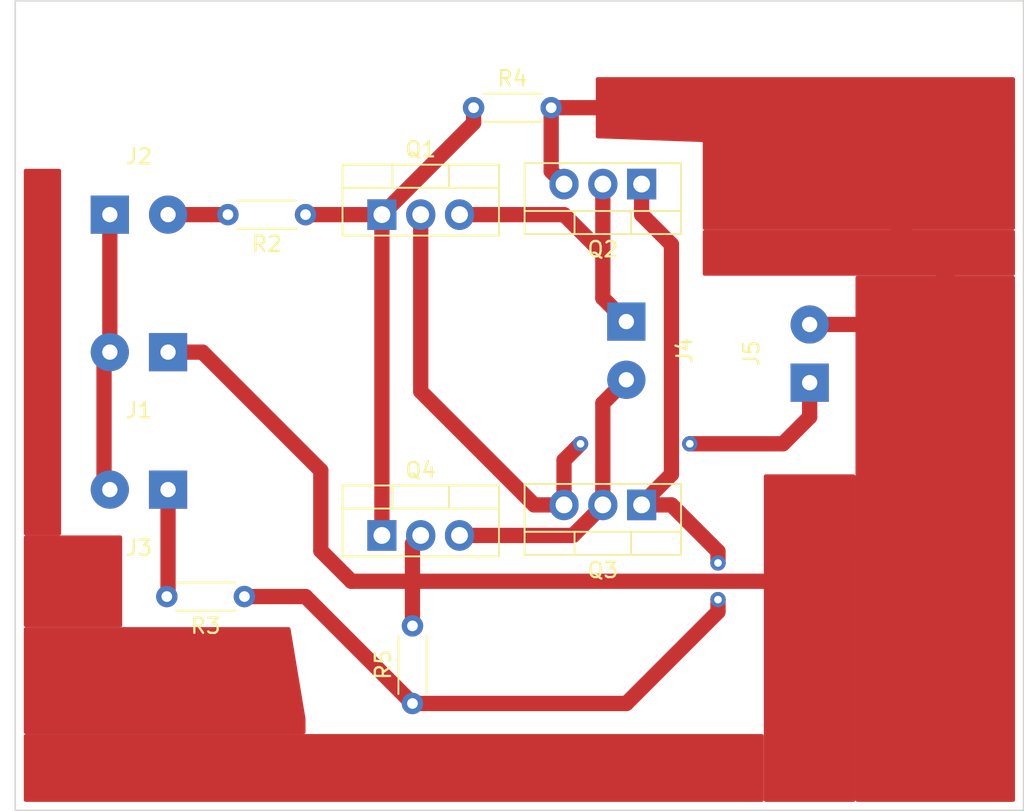
<source format=kicad_pcb>
(kicad_pcb (version 20171130) (host pcbnew "(5.1.4)-1")

  (general
    (thickness 1.6)
    (drawings 5)
    (tracks 69)
    (zones 0)
    (modules 13)
    (nets 10)
  )

  (page A4)
  (layers
    (0 F.Cu signal)
    (31 B.Cu signal)
    (32 B.Adhes user)
    (33 F.Adhes user)
    (34 B.Paste user)
    (35 F.Paste user)
    (36 B.SilkS user)
    (37 F.SilkS user)
    (38 B.Mask user)
    (39 F.Mask user)
    (40 Dwgs.User user)
    (41 Cmts.User user)
    (42 Eco1.User user)
    (43 Eco2.User user)
    (44 Edge.Cuts user)
    (45 Margin user)
    (46 B.CrtYd user)
    (47 F.CrtYd user)
    (48 B.Fab user)
    (49 F.Fab user)
  )

  (setup
    (last_trace_width 0.25)
    (user_trace_width 1)
    (trace_clearance 0.2)
    (zone_clearance 0.508)
    (zone_45_only no)
    (trace_min 0.2)
    (via_size 0.8)
    (via_drill 0.4)
    (via_min_size 0.4)
    (via_min_drill 0.3)
    (user_via 1 0.5)
    (uvia_size 0.3)
    (uvia_drill 0.1)
    (uvias_allowed no)
    (uvia_min_size 0.2)
    (uvia_min_drill 0.1)
    (edge_width 0.05)
    (segment_width 0.2)
    (pcb_text_width 0.3)
    (pcb_text_size 1.5 1.5)
    (mod_edge_width 0.12)
    (mod_text_size 1 1)
    (mod_text_width 0.15)
    (pad_size 1.524 1.524)
    (pad_drill 0.762)
    (pad_to_mask_clearance 0.051)
    (solder_mask_min_width 0.25)
    (aux_axis_origin 0 0)
    (visible_elements 7FFFFFFF)
    (pcbplotparams
      (layerselection 0x010fc_ffffffff)
      (usegerberextensions false)
      (usegerberattributes false)
      (usegerberadvancedattributes false)
      (creategerberjobfile false)
      (excludeedgelayer true)
      (linewidth 0.100000)
      (plotframeref false)
      (viasonmask false)
      (mode 1)
      (useauxorigin false)
      (hpglpennumber 1)
      (hpglpenspeed 20)
      (hpglpendiameter 15.000000)
      (psnegative false)
      (psa4output false)
      (plotreference true)
      (plotvalue true)
      (plotinvisibletext false)
      (padsonsilk false)
      (subtractmaskfromsilk false)
      (outputformat 1)
      (mirror false)
      (drillshape 1)
      (scaleselection 1)
      (outputdirectory ""))
  )

  (net 0 "")
  (net 1 "Net-(J1-Pad2)")
  (net 2 GND)
  (net 3 "Net-(J2-Pad2)")
  (net 4 "Net-(J4-Pad2)")
  (net 5 "Net-(J4-Pad1)")
  (net 6 "Net-(J5-Pad1)")
  (net 7 "Net-(Q1-Pad1)")
  (net 8 "Net-(Q2-Pad1)")
  (net 9 "Net-(J3-Pad1)")

  (net_class Default "Esta es la clase de red por defecto."
    (clearance 0.2)
    (trace_width 0.25)
    (via_dia 0.8)
    (via_drill 0.4)
    (uvia_dia 0.3)
    (uvia_drill 0.1)
    (add_net GND)
    (add_net "Net-(J1-Pad2)")
    (add_net "Net-(J2-Pad2)")
    (add_net "Net-(J3-Pad1)")
    (add_net "Net-(J4-Pad1)")
    (add_net "Net-(J4-Pad2)")
    (add_net "Net-(J5-Pad1)")
    (add_net "Net-(Q1-Pad1)")
    (add_net "Net-(Q2-Pad1)")
  )

  (module Resistor_THT:R_Axial_DIN0204_L3.6mm_D1.6mm_P5.08mm_Horizontal (layer F.Cu) (tedit 5AE5139B) (tstamp 5DC1076A)
    (at 191 121 90)
    (descr "Resistor, Axial_DIN0204 series, Axial, Horizontal, pin pitch=5.08mm, 0.167W, length*diameter=3.6*1.6mm^2, http://cdn-reichelt.de/documents/datenblatt/B400/1_4W%23YAG.pdf")
    (tags "Resistor Axial_DIN0204 series Axial Horizontal pin pitch 5.08mm 0.167W length 3.6mm diameter 1.6mm")
    (path /5DC1C107)
    (fp_text reference R5 (at 2.54 -1.92 90) (layer F.SilkS)
      (effects (font (size 1 1) (thickness 0.15)))
    )
    (fp_text value R (at 2.54 1.92 90) (layer F.Fab)
      (effects (font (size 1 1) (thickness 0.15)))
    )
    (fp_text user %R (at 2.54 0 90) (layer F.Fab)
      (effects (font (size 0.72 0.72) (thickness 0.108)))
    )
    (fp_line (start 6.03 -1.05) (end -0.95 -1.05) (layer F.CrtYd) (width 0.05))
    (fp_line (start 6.03 1.05) (end 6.03 -1.05) (layer F.CrtYd) (width 0.05))
    (fp_line (start -0.95 1.05) (end 6.03 1.05) (layer F.CrtYd) (width 0.05))
    (fp_line (start -0.95 -1.05) (end -0.95 1.05) (layer F.CrtYd) (width 0.05))
    (fp_line (start 0.62 0.92) (end 4.46 0.92) (layer F.SilkS) (width 0.12))
    (fp_line (start 0.62 -0.92) (end 4.46 -0.92) (layer F.SilkS) (width 0.12))
    (fp_line (start 5.08 0) (end 4.34 0) (layer F.Fab) (width 0.1))
    (fp_line (start 0 0) (end 0.74 0) (layer F.Fab) (width 0.1))
    (fp_line (start 4.34 -0.8) (end 0.74 -0.8) (layer F.Fab) (width 0.1))
    (fp_line (start 4.34 0.8) (end 4.34 -0.8) (layer F.Fab) (width 0.1))
    (fp_line (start 0.74 0.8) (end 4.34 0.8) (layer F.Fab) (width 0.1))
    (fp_line (start 0.74 -0.8) (end 0.74 0.8) (layer F.Fab) (width 0.1))
    (pad 2 thru_hole oval (at 5.08 0 90) (size 1.4 1.4) (drill 0.7) (layers *.Cu *.Mask)
      (net 2 GND))
    (pad 1 thru_hole circle (at 0 0 90) (size 1.4 1.4) (drill 0.7) (layers *.Cu *.Mask)
      (net 8 "Net-(Q2-Pad1)"))
    (model ${KISYS3DMOD}/Resistor_THT.3dshapes/R_Axial_DIN0204_L3.6mm_D1.6mm_P5.08mm_Horizontal.wrl
      (at (xyz 0 0 0))
      (scale (xyz 1 1 1))
      (rotate (xyz 0 0 0))
    )
  )

  (module Resistor_THT:R_Axial_DIN0204_L3.6mm_D1.6mm_P5.08mm_Horizontal (layer F.Cu) (tedit 5AE5139B) (tstamp 5DC10757)
    (at 195 82)
    (descr "Resistor, Axial_DIN0204 series, Axial, Horizontal, pin pitch=5.08mm, 0.167W, length*diameter=3.6*1.6mm^2, http://cdn-reichelt.de/documents/datenblatt/B400/1_4W%23YAG.pdf")
    (tags "Resistor Axial_DIN0204 series Axial Horizontal pin pitch 5.08mm 0.167W length 3.6mm diameter 1.6mm")
    (path /5DC129AC)
    (fp_text reference R4 (at 2.54 -1.92) (layer F.SilkS)
      (effects (font (size 1 1) (thickness 0.15)))
    )
    (fp_text value R (at 2.54 1.92) (layer F.Fab)
      (effects (font (size 1 1) (thickness 0.15)))
    )
    (fp_text user %R (at 2.54 0 180) (layer F.Fab)
      (effects (font (size 0.72 0.72) (thickness 0.108)))
    )
    (fp_line (start 6.03 -1.05) (end -0.95 -1.05) (layer F.CrtYd) (width 0.05))
    (fp_line (start 6.03 1.05) (end 6.03 -1.05) (layer F.CrtYd) (width 0.05))
    (fp_line (start -0.95 1.05) (end 6.03 1.05) (layer F.CrtYd) (width 0.05))
    (fp_line (start -0.95 -1.05) (end -0.95 1.05) (layer F.CrtYd) (width 0.05))
    (fp_line (start 0.62 0.92) (end 4.46 0.92) (layer F.SilkS) (width 0.12))
    (fp_line (start 0.62 -0.92) (end 4.46 -0.92) (layer F.SilkS) (width 0.12))
    (fp_line (start 5.08 0) (end 4.34 0) (layer F.Fab) (width 0.1))
    (fp_line (start 0 0) (end 0.74 0) (layer F.Fab) (width 0.1))
    (fp_line (start 4.34 -0.8) (end 0.74 -0.8) (layer F.Fab) (width 0.1))
    (fp_line (start 4.34 0.8) (end 4.34 -0.8) (layer F.Fab) (width 0.1))
    (fp_line (start 0.74 0.8) (end 4.34 0.8) (layer F.Fab) (width 0.1))
    (fp_line (start 0.74 -0.8) (end 0.74 0.8) (layer F.Fab) (width 0.1))
    (pad 2 thru_hole oval (at 5.08 0) (size 1.4 1.4) (drill 0.7) (layers *.Cu *.Mask)
      (net 2 GND))
    (pad 1 thru_hole circle (at 0 0) (size 1.4 1.4) (drill 0.7) (layers *.Cu *.Mask)
      (net 7 "Net-(Q1-Pad1)"))
    (model ${KISYS3DMOD}/Resistor_THT.3dshapes/R_Axial_DIN0204_L3.6mm_D1.6mm_P5.08mm_Horizontal.wrl
      (at (xyz 0 0 0))
      (scale (xyz 1 1 1))
      (rotate (xyz 0 0 0))
    )
  )

  (module Resistor_THT:R_Axial_DIN0204_L3.6mm_D1.6mm_P5.08mm_Horizontal (layer F.Cu) (tedit 5AE5139B) (tstamp 5DC10744)
    (at 180 114 180)
    (descr "Resistor, Axial_DIN0204 series, Axial, Horizontal, pin pitch=5.08mm, 0.167W, length*diameter=3.6*1.6mm^2, http://cdn-reichelt.de/documents/datenblatt/B400/1_4W%23YAG.pdf")
    (tags "Resistor Axial_DIN0204 series Axial Horizontal pin pitch 5.08mm 0.167W length 3.6mm diameter 1.6mm")
    (path /5DC30C57)
    (fp_text reference R3 (at 2.54 -1.92) (layer F.SilkS)
      (effects (font (size 1 1) (thickness 0.15)))
    )
    (fp_text value R (at 2.54 1.92) (layer F.Fab)
      (effects (font (size 1 1) (thickness 0.15)))
    )
    (fp_text user %R (at 2.54 0) (layer F.Fab)
      (effects (font (size 0.72 0.72) (thickness 0.108)))
    )
    (fp_line (start 6.03 -1.05) (end -0.95 -1.05) (layer F.CrtYd) (width 0.05))
    (fp_line (start 6.03 1.05) (end 6.03 -1.05) (layer F.CrtYd) (width 0.05))
    (fp_line (start -0.95 1.05) (end 6.03 1.05) (layer F.CrtYd) (width 0.05))
    (fp_line (start -0.95 -1.05) (end -0.95 1.05) (layer F.CrtYd) (width 0.05))
    (fp_line (start 0.62 0.92) (end 4.46 0.92) (layer F.SilkS) (width 0.12))
    (fp_line (start 0.62 -0.92) (end 4.46 -0.92) (layer F.SilkS) (width 0.12))
    (fp_line (start 5.08 0) (end 4.34 0) (layer F.Fab) (width 0.1))
    (fp_line (start 0 0) (end 0.74 0) (layer F.Fab) (width 0.1))
    (fp_line (start 4.34 -0.8) (end 0.74 -0.8) (layer F.Fab) (width 0.1))
    (fp_line (start 4.34 0.8) (end 4.34 -0.8) (layer F.Fab) (width 0.1))
    (fp_line (start 0.74 0.8) (end 4.34 0.8) (layer F.Fab) (width 0.1))
    (fp_line (start 0.74 -0.8) (end 0.74 0.8) (layer F.Fab) (width 0.1))
    (pad 2 thru_hole oval (at 5.08 0 180) (size 1.4 1.4) (drill 0.7) (layers *.Cu *.Mask)
      (net 9 "Net-(J3-Pad1)"))
    (pad 1 thru_hole circle (at 0 0 180) (size 1.4 1.4) (drill 0.7) (layers *.Cu *.Mask)
      (net 8 "Net-(Q2-Pad1)"))
    (model ${KISYS3DMOD}/Resistor_THT.3dshapes/R_Axial_DIN0204_L3.6mm_D1.6mm_P5.08mm_Horizontal.wrl
      (at (xyz 0 0 0))
      (scale (xyz 1 1 1))
      (rotate (xyz 0 0 0))
    )
  )

  (module Resistor_THT:R_Axial_DIN0204_L3.6mm_D1.6mm_P5.08mm_Horizontal (layer F.Cu) (tedit 5AE5139B) (tstamp 5DC10731)
    (at 184 89 180)
    (descr "Resistor, Axial_DIN0204 series, Axial, Horizontal, pin pitch=5.08mm, 0.167W, length*diameter=3.6*1.6mm^2, http://cdn-reichelt.de/documents/datenblatt/B400/1_4W%23YAG.pdf")
    (tags "Resistor Axial_DIN0204 series Axial Horizontal pin pitch 5.08mm 0.167W length 3.6mm diameter 1.6mm")
    (path /5DC30051)
    (fp_text reference R2 (at 2.54 -1.92) (layer F.SilkS)
      (effects (font (size 1 1) (thickness 0.15)))
    )
    (fp_text value R (at 2.54 1.92) (layer F.Fab)
      (effects (font (size 1 1) (thickness 0.15)))
    )
    (fp_text user %R (at 2.54 0) (layer F.Fab)
      (effects (font (size 0.72 0.72) (thickness 0.108)))
    )
    (fp_line (start 6.03 -1.05) (end -0.95 -1.05) (layer F.CrtYd) (width 0.05))
    (fp_line (start 6.03 1.05) (end 6.03 -1.05) (layer F.CrtYd) (width 0.05))
    (fp_line (start -0.95 1.05) (end 6.03 1.05) (layer F.CrtYd) (width 0.05))
    (fp_line (start -0.95 -1.05) (end -0.95 1.05) (layer F.CrtYd) (width 0.05))
    (fp_line (start 0.62 0.92) (end 4.46 0.92) (layer F.SilkS) (width 0.12))
    (fp_line (start 0.62 -0.92) (end 4.46 -0.92) (layer F.SilkS) (width 0.12))
    (fp_line (start 5.08 0) (end 4.34 0) (layer F.Fab) (width 0.1))
    (fp_line (start 0 0) (end 0.74 0) (layer F.Fab) (width 0.1))
    (fp_line (start 4.34 -0.8) (end 0.74 -0.8) (layer F.Fab) (width 0.1))
    (fp_line (start 4.34 0.8) (end 4.34 -0.8) (layer F.Fab) (width 0.1))
    (fp_line (start 0.74 0.8) (end 4.34 0.8) (layer F.Fab) (width 0.1))
    (fp_line (start 0.74 -0.8) (end 0.74 0.8) (layer F.Fab) (width 0.1))
    (pad 2 thru_hole oval (at 5.08 0 180) (size 1.4 1.4) (drill 0.7) (layers *.Cu *.Mask)
      (net 3 "Net-(J2-Pad2)"))
    (pad 1 thru_hole circle (at 0 0 180) (size 1.4 1.4) (drill 0.7) (layers *.Cu *.Mask)
      (net 7 "Net-(Q1-Pad1)"))
    (model ${KISYS3DMOD}/Resistor_THT.3dshapes/R_Axial_DIN0204_L3.6mm_D1.6mm_P5.08mm_Horizontal.wrl
      (at (xyz 0 0 0))
      (scale (xyz 1 1 1))
      (rotate (xyz 0 0 0))
    )
  )

  (module Package_TO_SOT_THT:TO-220-3_Vertical (layer F.Cu) (tedit 5AC8BA0D) (tstamp 5DC1071E)
    (at 189 110)
    (descr "TO-220-3, Vertical, RM 2.54mm, see https://www.vishay.com/docs/66542/to-220-1.pdf")
    (tags "TO-220-3 Vertical RM 2.54mm")
    (path /5DC63BE6)
    (fp_text reference Q4 (at 2.54 -4.27) (layer F.SilkS)
      (effects (font (size 1 1) (thickness 0.15)))
    )
    (fp_text value TIP41 (at 2.54 2.5) (layer F.Fab)
      (effects (font (size 1 1) (thickness 0.15)))
    )
    (fp_text user %R (at 2.54 -4.27) (layer F.Fab)
      (effects (font (size 1 1) (thickness 0.15)))
    )
    (fp_line (start 7.79 -3.4) (end -2.71 -3.4) (layer F.CrtYd) (width 0.05))
    (fp_line (start 7.79 1.51) (end 7.79 -3.4) (layer F.CrtYd) (width 0.05))
    (fp_line (start -2.71 1.51) (end 7.79 1.51) (layer F.CrtYd) (width 0.05))
    (fp_line (start -2.71 -3.4) (end -2.71 1.51) (layer F.CrtYd) (width 0.05))
    (fp_line (start 4.391 -3.27) (end 4.391 -1.76) (layer F.SilkS) (width 0.12))
    (fp_line (start 0.69 -3.27) (end 0.69 -1.76) (layer F.SilkS) (width 0.12))
    (fp_line (start -2.58 -1.76) (end 7.66 -1.76) (layer F.SilkS) (width 0.12))
    (fp_line (start 7.66 -3.27) (end 7.66 1.371) (layer F.SilkS) (width 0.12))
    (fp_line (start -2.58 -3.27) (end -2.58 1.371) (layer F.SilkS) (width 0.12))
    (fp_line (start -2.58 1.371) (end 7.66 1.371) (layer F.SilkS) (width 0.12))
    (fp_line (start -2.58 -3.27) (end 7.66 -3.27) (layer F.SilkS) (width 0.12))
    (fp_line (start 4.39 -3.15) (end 4.39 -1.88) (layer F.Fab) (width 0.1))
    (fp_line (start 0.69 -3.15) (end 0.69 -1.88) (layer F.Fab) (width 0.1))
    (fp_line (start -2.46 -1.88) (end 7.54 -1.88) (layer F.Fab) (width 0.1))
    (fp_line (start 7.54 -3.15) (end -2.46 -3.15) (layer F.Fab) (width 0.1))
    (fp_line (start 7.54 1.25) (end 7.54 -3.15) (layer F.Fab) (width 0.1))
    (fp_line (start -2.46 1.25) (end 7.54 1.25) (layer F.Fab) (width 0.1))
    (fp_line (start -2.46 -3.15) (end -2.46 1.25) (layer F.Fab) (width 0.1))
    (pad 3 thru_hole oval (at 5.08 0) (size 1.905 2) (drill 1.1) (layers *.Cu *.Mask)
      (net 4 "Net-(J4-Pad2)"))
    (pad 2 thru_hole oval (at 2.54 0) (size 1.905 2) (drill 1.1) (layers *.Cu *.Mask)
      (net 2 GND))
    (pad 1 thru_hole rect (at 0 0) (size 1.905 2) (drill 1.1) (layers *.Cu *.Mask)
      (net 7 "Net-(Q1-Pad1)"))
    (model ${KISYS3DMOD}/Package_TO_SOT_THT.3dshapes/TO-220-3_Vertical.wrl
      (at (xyz 0 0 0))
      (scale (xyz 1 1 1))
      (rotate (xyz 0 0 0))
    )
  )

  (module Package_TO_SOT_THT:TO-220-3_Vertical (layer F.Cu) (tedit 5AC8BA0D) (tstamp 5DC10704)
    (at 206 108 180)
    (descr "TO-220-3, Vertical, RM 2.54mm, see https://www.vishay.com/docs/66542/to-220-1.pdf")
    (tags "TO-220-3 Vertical RM 2.54mm")
    (path /5DC62E60)
    (fp_text reference Q3 (at 2.54 -4.27) (layer F.SilkS)
      (effects (font (size 1 1) (thickness 0.15)))
    )
    (fp_text value TIP41 (at 2.54 2.5) (layer F.Fab)
      (effects (font (size 1 1) (thickness 0.15)))
    )
    (fp_text user %R (at 2.54 -4.27) (layer F.Fab)
      (effects (font (size 1 1) (thickness 0.15)))
    )
    (fp_line (start 7.79 -3.4) (end -2.71 -3.4) (layer F.CrtYd) (width 0.05))
    (fp_line (start 7.79 1.51) (end 7.79 -3.4) (layer F.CrtYd) (width 0.05))
    (fp_line (start -2.71 1.51) (end 7.79 1.51) (layer F.CrtYd) (width 0.05))
    (fp_line (start -2.71 -3.4) (end -2.71 1.51) (layer F.CrtYd) (width 0.05))
    (fp_line (start 4.391 -3.27) (end 4.391 -1.76) (layer F.SilkS) (width 0.12))
    (fp_line (start 0.69 -3.27) (end 0.69 -1.76) (layer F.SilkS) (width 0.12))
    (fp_line (start -2.58 -1.76) (end 7.66 -1.76) (layer F.SilkS) (width 0.12))
    (fp_line (start 7.66 -3.27) (end 7.66 1.371) (layer F.SilkS) (width 0.12))
    (fp_line (start -2.58 -3.27) (end -2.58 1.371) (layer F.SilkS) (width 0.12))
    (fp_line (start -2.58 1.371) (end 7.66 1.371) (layer F.SilkS) (width 0.12))
    (fp_line (start -2.58 -3.27) (end 7.66 -3.27) (layer F.SilkS) (width 0.12))
    (fp_line (start 4.39 -3.15) (end 4.39 -1.88) (layer F.Fab) (width 0.1))
    (fp_line (start 0.69 -3.15) (end 0.69 -1.88) (layer F.Fab) (width 0.1))
    (fp_line (start -2.46 -1.88) (end 7.54 -1.88) (layer F.Fab) (width 0.1))
    (fp_line (start 7.54 -3.15) (end -2.46 -3.15) (layer F.Fab) (width 0.1))
    (fp_line (start 7.54 1.25) (end 7.54 -3.15) (layer F.Fab) (width 0.1))
    (fp_line (start -2.46 1.25) (end 7.54 1.25) (layer F.Fab) (width 0.1))
    (fp_line (start -2.46 -3.15) (end -2.46 1.25) (layer F.Fab) (width 0.1))
    (pad 3 thru_hole oval (at 5.08 0 180) (size 1.905 2) (drill 1.1) (layers *.Cu *.Mask)
      (net 6 "Net-(J5-Pad1)"))
    (pad 2 thru_hole oval (at 2.54 0 180) (size 1.905 2) (drill 1.1) (layers *.Cu *.Mask)
      (net 4 "Net-(J4-Pad2)"))
    (pad 1 thru_hole rect (at 0 0 180) (size 1.905 2) (drill 1.1) (layers *.Cu *.Mask)
      (net 8 "Net-(Q2-Pad1)"))
    (model ${KISYS3DMOD}/Package_TO_SOT_THT.3dshapes/TO-220-3_Vertical.wrl
      (at (xyz 0 0 0))
      (scale (xyz 1 1 1))
      (rotate (xyz 0 0 0))
    )
  )

  (module Package_TO_SOT_THT:TO-220-3_Vertical (layer F.Cu) (tedit 5AC8BA0D) (tstamp 5DC106EA)
    (at 206 87 180)
    (descr "TO-220-3, Vertical, RM 2.54mm, see https://www.vishay.com/docs/66542/to-220-1.pdf")
    (tags "TO-220-3 Vertical RM 2.54mm")
    (path /5DC62411)
    (fp_text reference Q2 (at 2.54 -4.27) (layer F.SilkS)
      (effects (font (size 1 1) (thickness 0.15)))
    )
    (fp_text value TIP41 (at 2.54 2.5) (layer F.Fab)
      (effects (font (size 1 1) (thickness 0.15)))
    )
    (fp_text user %R (at 2.54 -4.27) (layer F.Fab)
      (effects (font (size 1 1) (thickness 0.15)))
    )
    (fp_line (start 7.79 -3.4) (end -2.71 -3.4) (layer F.CrtYd) (width 0.05))
    (fp_line (start 7.79 1.51) (end 7.79 -3.4) (layer F.CrtYd) (width 0.05))
    (fp_line (start -2.71 1.51) (end 7.79 1.51) (layer F.CrtYd) (width 0.05))
    (fp_line (start -2.71 -3.4) (end -2.71 1.51) (layer F.CrtYd) (width 0.05))
    (fp_line (start 4.391 -3.27) (end 4.391 -1.76) (layer F.SilkS) (width 0.12))
    (fp_line (start 0.69 -3.27) (end 0.69 -1.76) (layer F.SilkS) (width 0.12))
    (fp_line (start -2.58 -1.76) (end 7.66 -1.76) (layer F.SilkS) (width 0.12))
    (fp_line (start 7.66 -3.27) (end 7.66 1.371) (layer F.SilkS) (width 0.12))
    (fp_line (start -2.58 -3.27) (end -2.58 1.371) (layer F.SilkS) (width 0.12))
    (fp_line (start -2.58 1.371) (end 7.66 1.371) (layer F.SilkS) (width 0.12))
    (fp_line (start -2.58 -3.27) (end 7.66 -3.27) (layer F.SilkS) (width 0.12))
    (fp_line (start 4.39 -3.15) (end 4.39 -1.88) (layer F.Fab) (width 0.1))
    (fp_line (start 0.69 -3.15) (end 0.69 -1.88) (layer F.Fab) (width 0.1))
    (fp_line (start -2.46 -1.88) (end 7.54 -1.88) (layer F.Fab) (width 0.1))
    (fp_line (start 7.54 -3.15) (end -2.46 -3.15) (layer F.Fab) (width 0.1))
    (fp_line (start 7.54 1.25) (end 7.54 -3.15) (layer F.Fab) (width 0.1))
    (fp_line (start -2.46 1.25) (end 7.54 1.25) (layer F.Fab) (width 0.1))
    (fp_line (start -2.46 -3.15) (end -2.46 1.25) (layer F.Fab) (width 0.1))
    (pad 3 thru_hole oval (at 5.08 0 180) (size 1.905 2) (drill 1.1) (layers *.Cu *.Mask)
      (net 2 GND))
    (pad 2 thru_hole oval (at 2.54 0 180) (size 1.905 2) (drill 1.1) (layers *.Cu *.Mask)
      (net 5 "Net-(J4-Pad1)"))
    (pad 1 thru_hole rect (at 0 0 180) (size 1.905 2) (drill 1.1) (layers *.Cu *.Mask)
      (net 8 "Net-(Q2-Pad1)"))
    (model ${KISYS3DMOD}/Package_TO_SOT_THT.3dshapes/TO-220-3_Vertical.wrl
      (at (xyz 0 0 0))
      (scale (xyz 1 1 1))
      (rotate (xyz 0 0 0))
    )
  )

  (module Package_TO_SOT_THT:TO-220-3_Vertical (layer F.Cu) (tedit 5AC8BA0D) (tstamp 5DC106D0)
    (at 189 89)
    (descr "TO-220-3, Vertical, RM 2.54mm, see https://www.vishay.com/docs/66542/to-220-1.pdf")
    (tags "TO-220-3 Vertical RM 2.54mm")
    (path /5DC608EE)
    (fp_text reference Q1 (at 2.54 -4.27) (layer F.SilkS)
      (effects (font (size 1 1) (thickness 0.15)))
    )
    (fp_text value TIP41 (at 2.54 2.5) (layer F.Fab)
      (effects (font (size 1 1) (thickness 0.15)))
    )
    (fp_text user %R (at 2.54 -4.27) (layer F.Fab)
      (effects (font (size 1 1) (thickness 0.15)))
    )
    (fp_line (start 7.79 -3.4) (end -2.71 -3.4) (layer F.CrtYd) (width 0.05))
    (fp_line (start 7.79 1.51) (end 7.79 -3.4) (layer F.CrtYd) (width 0.05))
    (fp_line (start -2.71 1.51) (end 7.79 1.51) (layer F.CrtYd) (width 0.05))
    (fp_line (start -2.71 -3.4) (end -2.71 1.51) (layer F.CrtYd) (width 0.05))
    (fp_line (start 4.391 -3.27) (end 4.391 -1.76) (layer F.SilkS) (width 0.12))
    (fp_line (start 0.69 -3.27) (end 0.69 -1.76) (layer F.SilkS) (width 0.12))
    (fp_line (start -2.58 -1.76) (end 7.66 -1.76) (layer F.SilkS) (width 0.12))
    (fp_line (start 7.66 -3.27) (end 7.66 1.371) (layer F.SilkS) (width 0.12))
    (fp_line (start -2.58 -3.27) (end -2.58 1.371) (layer F.SilkS) (width 0.12))
    (fp_line (start -2.58 1.371) (end 7.66 1.371) (layer F.SilkS) (width 0.12))
    (fp_line (start -2.58 -3.27) (end 7.66 -3.27) (layer F.SilkS) (width 0.12))
    (fp_line (start 4.39 -3.15) (end 4.39 -1.88) (layer F.Fab) (width 0.1))
    (fp_line (start 0.69 -3.15) (end 0.69 -1.88) (layer F.Fab) (width 0.1))
    (fp_line (start -2.46 -1.88) (end 7.54 -1.88) (layer F.Fab) (width 0.1))
    (fp_line (start 7.54 -3.15) (end -2.46 -3.15) (layer F.Fab) (width 0.1))
    (fp_line (start 7.54 1.25) (end 7.54 -3.15) (layer F.Fab) (width 0.1))
    (fp_line (start -2.46 1.25) (end 7.54 1.25) (layer F.Fab) (width 0.1))
    (fp_line (start -2.46 -3.15) (end -2.46 1.25) (layer F.Fab) (width 0.1))
    (pad 3 thru_hole oval (at 5.08 0) (size 1.905 2) (drill 1.1) (layers *.Cu *.Mask)
      (net 5 "Net-(J4-Pad1)"))
    (pad 2 thru_hole oval (at 2.54 0) (size 1.905 2) (drill 1.1) (layers *.Cu *.Mask)
      (net 6 "Net-(J5-Pad1)"))
    (pad 1 thru_hole rect (at 0 0) (size 1.905 2) (drill 1.1) (layers *.Cu *.Mask)
      (net 7 "Net-(Q1-Pad1)"))
    (model ${KISYS3DMOD}/Package_TO_SOT_THT.3dshapes/TO-220-3_Vertical.wrl
      (at (xyz 0 0 0))
      (scale (xyz 1 1 1))
      (rotate (xyz 0 0 0))
    )
  )

  (module Connector_Wire:SolderWirePad_1x02_P3.81mm_Drill1mm (layer F.Cu) (tedit 5AEE5F04) (tstamp 5DC106B6)
    (at 217 100 90)
    (descr "Wire solder connection")
    (tags connector)
    (path /5DC328E5)
    (attr virtual)
    (fp_text reference J5 (at 1.905 -3.81 90) (layer F.SilkS)
      (effects (font (size 1 1) (thickness 0.15)))
    )
    (fp_text value Screw_Terminal_01x02 (at 1.905 3.81 90) (layer F.Fab)
      (effects (font (size 1 1) (thickness 0.15)))
    )
    (fp_line (start 5.56 1.75) (end -1.74 1.75) (layer F.CrtYd) (width 0.05))
    (fp_line (start 5.56 1.75) (end 5.56 -1.75) (layer F.CrtYd) (width 0.05))
    (fp_line (start -1.74 -1.75) (end -1.74 1.75) (layer F.CrtYd) (width 0.05))
    (fp_line (start -1.74 -1.75) (end 5.56 -1.75) (layer F.CrtYd) (width 0.05))
    (fp_text user %R (at 1.905 0 90) (layer F.Fab)
      (effects (font (size 1 1) (thickness 0.15)))
    )
    (pad 2 thru_hole circle (at 3.81 0 90) (size 2.49936 2.49936) (drill 1.00076) (layers *.Cu *.Mask)
      (net 2 GND))
    (pad 1 thru_hole rect (at 0 0 90) (size 2.49936 2.49936) (drill 1.00076) (layers *.Cu *.Mask)
      (net 6 "Net-(J5-Pad1)"))
  )

  (module Connector_Wire:SolderWirePad_1x02_P3.81mm_Drill1mm (layer F.Cu) (tedit 5AEE5F04) (tstamp 5DC106AB)
    (at 205 96 270)
    (descr "Wire solder connection")
    (tags connector)
    (path /5DC13CD2)
    (attr virtual)
    (fp_text reference J4 (at 1.905 -3.81 90) (layer F.SilkS)
      (effects (font (size 1 1) (thickness 0.15)))
    )
    (fp_text value Screw_Terminal_01x02 (at 1.905 3.81 90) (layer F.Fab)
      (effects (font (size 1 1) (thickness 0.15)))
    )
    (fp_line (start 5.56 1.75) (end -1.74 1.75) (layer F.CrtYd) (width 0.05))
    (fp_line (start 5.56 1.75) (end 5.56 -1.75) (layer F.CrtYd) (width 0.05))
    (fp_line (start -1.74 -1.75) (end -1.74 1.75) (layer F.CrtYd) (width 0.05))
    (fp_line (start -1.74 -1.75) (end 5.56 -1.75) (layer F.CrtYd) (width 0.05))
    (fp_text user %R (at 1.905 0 90) (layer F.Fab)
      (effects (font (size 1 1) (thickness 0.15)))
    )
    (pad 2 thru_hole circle (at 3.81 0 270) (size 2.49936 2.49936) (drill 1.00076) (layers *.Cu *.Mask)
      (net 4 "Net-(J4-Pad2)"))
    (pad 1 thru_hole rect (at 0 0 270) (size 2.49936 2.49936) (drill 1.00076) (layers *.Cu *.Mask)
      (net 5 "Net-(J4-Pad1)"))
  )

  (module Connector_Wire:SolderWirePad_1x02_P3.81mm_Drill1mm (layer F.Cu) (tedit 5AEE5F04) (tstamp 5DC106A0)
    (at 175 107 180)
    (descr "Wire solder connection")
    (tags connector)
    (path /5DC3A36B)
    (attr virtual)
    (fp_text reference J3 (at 1.905 -3.81) (layer F.SilkS)
      (effects (font (size 1 1) (thickness 0.15)))
    )
    (fp_text value Screw_Terminal_01x02 (at 1.905 3.81) (layer F.Fab)
      (effects (font (size 1 1) (thickness 0.15)))
    )
    (fp_line (start 5.56 1.75) (end -1.74 1.75) (layer F.CrtYd) (width 0.05))
    (fp_line (start 5.56 1.75) (end 5.56 -1.75) (layer F.CrtYd) (width 0.05))
    (fp_line (start -1.74 -1.75) (end -1.74 1.75) (layer F.CrtYd) (width 0.05))
    (fp_line (start -1.74 -1.75) (end 5.56 -1.75) (layer F.CrtYd) (width 0.05))
    (fp_text user %R (at 1.905 0) (layer F.Fab)
      (effects (font (size 1 1) (thickness 0.15)))
    )
    (pad 2 thru_hole circle (at 3.81 0 180) (size 2.49936 2.49936) (drill 1.00076) (layers *.Cu *.Mask)
      (net 1 "Net-(J1-Pad2)"))
    (pad 1 thru_hole rect (at 0 0 180) (size 2.49936 2.49936) (drill 1.00076) (layers *.Cu *.Mask)
      (net 9 "Net-(J3-Pad1)"))
  )

  (module Connector_Wire:SolderWirePad_1x02_P3.81mm_Drill1mm (layer F.Cu) (tedit 5AEE5F04) (tstamp 5DC10695)
    (at 171.19 89)
    (descr "Wire solder connection")
    (tags connector)
    (path /5DC38FC7)
    (attr virtual)
    (fp_text reference J2 (at 1.905 -3.81) (layer F.SilkS)
      (effects (font (size 1 1) (thickness 0.15)))
    )
    (fp_text value Screw_Terminal_01x02 (at 1.905 3.81) (layer F.Fab)
      (effects (font (size 1 1) (thickness 0.15)))
    )
    (fp_line (start 5.56 1.75) (end -1.74 1.75) (layer F.CrtYd) (width 0.05))
    (fp_line (start 5.56 1.75) (end 5.56 -1.75) (layer F.CrtYd) (width 0.05))
    (fp_line (start -1.74 -1.75) (end -1.74 1.75) (layer F.CrtYd) (width 0.05))
    (fp_line (start -1.74 -1.75) (end 5.56 -1.75) (layer F.CrtYd) (width 0.05))
    (fp_text user %R (at 1.905 0) (layer F.Fab)
      (effects (font (size 1 1) (thickness 0.15)))
    )
    (pad 2 thru_hole circle (at 3.81 0) (size 2.49936 2.49936) (drill 1.00076) (layers *.Cu *.Mask)
      (net 3 "Net-(J2-Pad2)"))
    (pad 1 thru_hole rect (at 0 0) (size 2.49936 2.49936) (drill 1.00076) (layers *.Cu *.Mask)
      (net 1 "Net-(J1-Pad2)"))
  )

  (module Connector_Wire:SolderWirePad_1x02_P3.81mm_Drill1mm (layer F.Cu) (tedit 5AEE5F04) (tstamp 5DC1068A)
    (at 175 98 180)
    (descr "Wire solder connection")
    (tags connector)
    (path /5DC3C8BA)
    (attr virtual)
    (fp_text reference J1 (at 1.905 -3.81) (layer F.SilkS)
      (effects (font (size 1 1) (thickness 0.15)))
    )
    (fp_text value Screw_Terminal_01x02 (at 1.905 3.81) (layer F.Fab)
      (effects (font (size 1 1) (thickness 0.15)))
    )
    (fp_line (start 5.56 1.75) (end -1.74 1.75) (layer F.CrtYd) (width 0.05))
    (fp_line (start 5.56 1.75) (end 5.56 -1.75) (layer F.CrtYd) (width 0.05))
    (fp_line (start -1.74 -1.75) (end -1.74 1.75) (layer F.CrtYd) (width 0.05))
    (fp_line (start -1.74 -1.75) (end 5.56 -1.75) (layer F.CrtYd) (width 0.05))
    (fp_text user %R (at 1.905 0) (layer F.Fab)
      (effects (font (size 1 1) (thickness 0.15)))
    )
    (pad 2 thru_hole circle (at 3.81 0 180) (size 2.49936 2.49936) (drill 1.00076) (layers *.Cu *.Mask)
      (net 1 "Net-(J1-Pad2)"))
    (pad 1 thru_hole rect (at 0 0 180) (size 2.49936 2.49936) (drill 1.00076) (layers *.Cu *.Mask)
      (net 2 GND))
  )

  (gr_line (start 165 76) (end 165 75) (layer Edge.Cuts) (width 0.1))
  (gr_line (start 165 128) (end 165 76) (layer Edge.Cuts) (width 0.1))
  (gr_line (start 231 128) (end 165 128) (layer Edge.Cuts) (width 0.1))
  (gr_line (start 231 75) (end 231 128) (layer Edge.Cuts) (width 0.1))
  (gr_line (start 165 75) (end 231 75) (layer Edge.Cuts) (width 0.1))

  (segment (start 171.19 97.62) (end 170.81 98) (width 1) (layer F.Cu) (net 1))
  (segment (start 171.19 89) (end 171.19 97.62) (width 1) (layer F.Cu) (net 1))
  (segment (start 170.81 106.62) (end 171.19 107) (width 1) (layer F.Cu) (net 1))
  (segment (start 170.81 98) (end 170.81 106.62) (width 1) (layer F.Cu) (net 1))
  (segment (start 191 110.54) (end 191.54 110) (width 1) (layer F.Cu) (net 2))
  (segment (start 177.24968 98) (end 185 105.75032) (width 1) (layer F.Cu) (net 2))
  (segment (start 175 98) (end 177.24968 98) (width 1) (layer F.Cu) (net 2))
  (segment (start 185 105.75032) (end 185 111) (width 1) (layer F.Cu) (net 2))
  (segment (start 187 113) (end 191 113) (width 1) (layer F.Cu) (net 2))
  (segment (start 185 111) (end 187 113) (width 1) (layer F.Cu) (net 2))
  (segment (start 191 115.92) (end 191 113) (width 1) (layer F.Cu) (net 2))
  (segment (start 191 113) (end 191 110.54) (width 1) (layer F.Cu) (net 2))
  (segment (start 191 113) (end 218 113) (width 1) (layer F.Cu) (net 2))
  (segment (start 218 113) (end 226 105) (width 1) (layer F.Cu) (net 2))
  (segment (start 226 105) (end 226 93) (width 1) (layer F.Cu) (net 2))
  (segment (start 215 82) (end 200.08 82) (width 1) (layer F.Cu) (net 2))
  (segment (start 226 93) (end 215 82) (width 1) (layer F.Cu) (net 2))
  (segment (start 200.08 86.16) (end 200.92 87) (width 1) (layer F.Cu) (net 2))
  (segment (start 200.08 82) (end 200.08 86.16) (width 1) (layer F.Cu) (net 2))
  (segment (start 222.81 96.19) (end 226 93) (width 1) (layer F.Cu) (net 2))
  (segment (start 217 96.19) (end 222.81 96.19) (width 1) (layer F.Cu) (net 2))
  (segment (start 175 89) (end 178.92 89) (width 1) (layer F.Cu) (net 3))
  (segment (start 194.08 110) (end 194.08 109.9525) (width 1) (layer F.Cu) (net 4))
  (segment (start 203.46 108.0475) (end 203.46 108) (width 1) (layer F.Cu) (net 4))
  (segment (start 201.5075 110) (end 203.46 108.0475) (width 1) (layer F.Cu) (net 4))
  (segment (start 194.08 110) (end 201.5075 110) (width 1) (layer F.Cu) (net 4))
  (segment (start 203.46 101.35) (end 205 99.81) (width 1) (layer F.Cu) (net 4))
  (segment (start 203.46 108) (end 203.46 101.35) (width 1) (layer F.Cu) (net 4))
  (segment (start 194.08 89) (end 194.08 88.9525) (width 1) (layer F.Cu) (net 5))
  (segment (start 203.46 94.46) (end 205 96) (width 1) (layer F.Cu) (net 5))
  (segment (start 203.46 91.54) (end 200.92 89) (width 1) (layer F.Cu) (net 5))
  (segment (start 200.92 89) (end 194.08 89) (width 1) (layer F.Cu) (net 5))
  (segment (start 203.46 91.54) (end 203.46 94.46) (width 1) (layer F.Cu) (net 5))
  (segment (start 203.46 87) (end 203.46 91.54) (width 1) (layer F.Cu) (net 5))
  (segment (start 198.9675 108) (end 200.92 108) (width 1) (layer F.Cu) (net 6))
  (segment (start 191.54 100.5725) (end 198.9675 108) (width 1) (layer F.Cu) (net 6))
  (segment (start 191.54 89) (end 191.54 100.5725) (width 1) (layer F.Cu) (net 6))
  (segment (start 200.92 108) (end 200.92 105.08) (width 1) (layer F.Cu) (net 6))
  (segment (start 200.92 105.08) (end 202 104) (width 1) (layer F.Cu) (net 6))
  (segment (start 217 102.24968) (end 215.24968 104) (width 1) (layer F.Cu) (net 6))
  (segment (start 217 100) (end 217 102.24968) (width 1) (layer F.Cu) (net 6))
  (segment (start 215.24968 104) (end 209.15251 104) (width 1) (layer F.Cu) (net 6))
  (segment (start 209.15251 104) (end 209.15251 104) (width 1) (layer F.Cu) (net 6) (tstamp 5DC118CD))
  (via (at 209.15251 104) (size 1) (drill 0.5) (layers F.Cu B.Cu) (net 6))
  (segment (start 202 104) (end 202 104) (width 1) (layer F.Cu) (net 6) (tstamp 5DC118CF))
  (via (at 202 104) (size 1) (drill 0.5) (layers F.Cu B.Cu) (net 6))
  (segment (start 184 89) (end 189 89) (width 1) (layer F.Cu) (net 7))
  (segment (start 195 83) (end 189 89) (width 1) (layer F.Cu) (net 7))
  (segment (start 195 82) (end 195 83) (width 1) (layer F.Cu) (net 7))
  (segment (start 189 89) (end 189 110) (width 1) (layer F.Cu) (net 7))
  (segment (start 184 114) (end 191 121) (width 1) (layer F.Cu) (net 8))
  (segment (start 180 114) (end 184 114) (width 1) (layer F.Cu) (net 8))
  (segment (start 206 107.9525) (end 206 108) (width 1) (layer F.Cu) (net 8))
  (segment (start 207.9525 106) (end 206 107.9525) (width 1) (layer F.Cu) (net 8))
  (segment (start 207.9525 90.9525) (end 207.9525 106) (width 1) (layer F.Cu) (net 8))
  (segment (start 206 89) (end 207.9525 90.9525) (width 1) (layer F.Cu) (net 8))
  (segment (start 206 87) (end 206 89) (width 1) (layer F.Cu) (net 8))
  (segment (start 207.9525 108) (end 211 111.0475) (width 1) (layer F.Cu) (net 8))
  (segment (start 206 108) (end 207.9525 108) (width 1) (layer F.Cu) (net 8))
  (segment (start 211 111.0475) (end 211 111.79999) (width 1) (layer F.Cu) (net 8))
  (segment (start 191 121) (end 205 121) (width 1) (layer F.Cu) (net 8))
  (segment (start 205 121) (end 211 115) (width 1) (layer F.Cu) (net 8))
  (segment (start 211 115) (end 211 114.20001) (width 1) (layer F.Cu) (net 8))
  (segment (start 211 111.79999) (end 211 111.79999) (width 1) (layer F.Cu) (net 8) (tstamp 5DC118D2))
  (via (at 211 111.79999) (size 1) (drill 0.5) (layers F.Cu B.Cu) (net 8))
  (segment (start 211 114.20001) (end 211 114.20001) (width 1) (layer F.Cu) (net 8) (tstamp 5DC118D4))
  (via (at 211 114.20001) (size 1) (drill 0.5) (layers F.Cu B.Cu) (net 8))
  (segment (start 175 113.92) (end 174.92 114) (width 1) (layer F.Cu) (net 9))
  (segment (start 175 107) (end 175 113.92) (width 1) (layer F.Cu) (net 9))

  (zone (net 2) (net_name GND) (layer F.Cu) (tstamp 0) (hatch edge 0.508)
    (connect_pads (clearance 0.508))
    (min_thickness 0.254)
    (fill yes (arc_segments 32) (thermal_gap 0.508) (thermal_bridge_width 0.508))
    (polygon
      (pts
        (xy 165 86) (xy 165 75) (xy 192 75) (xy 192 83) (xy 186 86)
      )
    )
  )
  (zone (net 2) (net_name GND) (layer F.Cu) (tstamp 0) (hatch edge 0.508)
    (connect_pads (clearance 0.508))
    (min_thickness 0.254)
    (fill yes (arc_segments 32) (thermal_gap 0.508) (thermal_bridge_width 0.508))
    (polygon
      (pts
        (xy 192 75) (xy 192 80) (xy 231 80) (xy 231 75)
      )
    )
  )
  (zone (net 2) (net_name GND) (layer F.Cu) (tstamp 0) (hatch edge 0.508)
    (connect_pads (clearance 0.508))
    (min_thickness 0.254)
    (fill yes (arc_segments 32) (thermal_gap 0.508) (thermal_bridge_width 0.508))
    (polygon
      (pts
        (xy 203 80) (xy 203 84) (xy 231 85) (xy 231 81) (xy 231 80)
      )
    )
    (filled_polygon
      (pts
        (xy 230.315 84.848454) (xy 203.127 83.877455) (xy 203.127 80.127) (xy 230.315 80.127)
      )
    )
  )
  (zone (net 2) (net_name GND) (layer F.Cu) (tstamp 0) (hatch edge 0.508)
    (connect_pads (clearance 0.508))
    (min_thickness 0.254)
    (fill yes (arc_segments 32) (thermal_gap 0.508) (thermal_bridge_width 0.508))
    (polygon
      (pts
        (xy 210 84) (xy 210 90) (xy 231 90) (xy 231 84)
      )
    )
    (filled_polygon
      (pts
        (xy 230.315 89.873) (xy 210.127 89.873) (xy 210.127 84.127) (xy 230.315 84.127)
      )
    )
  )
  (zone (net 2) (net_name GND) (layer F.Cu) (tstamp 0) (hatch edge 0.508)
    (connect_pads (clearance 0.508))
    (min_thickness 0.254)
    (fill yes (arc_segments 32) (thermal_gap 0.508) (thermal_bridge_width 0.508))
    (polygon
      (pts
        (xy 210 90) (xy 210 93) (xy 231 93) (xy 231 90)
      )
    )
    (filled_polygon
      (pts
        (xy 230.315 92.873) (xy 210.127 92.873) (xy 210.127 90.127) (xy 230.315 90.127)
      )
    )
  )
  (zone (net 2) (net_name GND) (layer F.Cu) (tstamp 0) (hatch edge 0.508)
    (connect_pads (clearance 0.508))
    (min_thickness 0.254)
    (fill yes (arc_segments 32) (thermal_gap 0.508) (thermal_bridge_width 0.508))
    (polygon
      (pts
        (xy 220 93) (xy 220 128) (xy 231 128) (xy 231 93)
      )
    )
    (filled_polygon
      (pts
        (xy 230.315001 127.315) (xy 220.127 127.315) (xy 220.127 93.127) (xy 230.315 93.127)
      )
    )
  )
  (zone (net 2) (net_name GND) (layer F.Cu) (tstamp 0) (hatch edge 0.508)
    (connect_pads (clearance 0.508))
    (min_thickness 0.254)
    (fill yes (arc_segments 32) (thermal_gap 0.508) (thermal_bridge_width 0.508))
    (polygon
      (pts
        (xy 220 128) (xy 214 128) (xy 214 106) (xy 220 106)
      )
    )
    (filled_polygon
      (pts
        (xy 219.873 127.315) (xy 214.127 127.315) (xy 214.127 106.127) (xy 219.873 106.127)
      )
    )
  )
  (zone (net 2) (net_name GND) (layer F.Cu) (tstamp 0) (hatch edge 0.508)
    (connect_pads (clearance 0.508))
    (min_thickness 0.254)
    (fill yes (arc_segments 32) (thermal_gap 0.508) (thermal_bridge_width 0.508))
    (polygon
      (pts
        (xy 214 123) (xy 214 128) (xy 165 128) (xy 165 123) (xy 213 123)
      )
    )
    (filled_polygon
      (pts
        (xy 213.873 127.315) (xy 165.685 127.315) (xy 165.685 123.127) (xy 213.873 123.127)
      )
    )
  )
  (zone (net 2) (net_name GND) (layer F.Cu) (tstamp 0) (hatch edge 0.508)
    (connect_pads (clearance 0.508))
    (min_thickness 0.254)
    (fill yes (arc_segments 32) (thermal_gap 0.508) (thermal_bridge_width 0.508))
    (polygon
      (pts
        (xy 184 122) (xy 183 116) (xy 164 116) (xy 165 116) (xy 165 123)
        (xy 184 123) (xy 184 117) (xy 184 116) (xy 182 116) (xy 183 116)
      )
    )
    (filled_polygon
      (pts
        (xy 183.873 122.010511) (xy 183.873 122.873) (xy 165.685 122.873) (xy 165.685 116.127) (xy 182.892415 116.127)
      )
    )
  )
  (zone (net 2) (net_name GND) (layer F.Cu) (tstamp 0) (hatch edge 0.508)
    (connect_pads (clearance 0.508))
    (min_thickness 0.254)
    (fill yes (arc_segments 32) (thermal_gap 0.508) (thermal_bridge_width 0.508))
    (polygon
      (pts
        (xy 165 110) (xy 172 110) (xy 172 116) (xy 165 116)
      )
    )
    (filled_polygon
      (pts
        (xy 171.873 115.873) (xy 165.685 115.873) (xy 165.685 110.127) (xy 171.873 110.127)
      )
    )
  )
  (zone (net 2) (net_name GND) (layer F.Cu) (tstamp 0) (hatch edge 0.508)
    (connect_pads (clearance 0.508))
    (min_thickness 0.254)
    (fill yes (arc_segments 32) (thermal_gap 0.508) (thermal_bridge_width 0.508))
    (polygon
      (pts
        (xy 168 110) (xy 168 86) (xy 165 86) (xy 165 110)
      )
    )
    (filled_polygon
      (pts
        (xy 167.873 109.873) (xy 165.685 109.873) (xy 165.685 86.127) (xy 167.873 86.127)
      )
    )
  )
)

</source>
